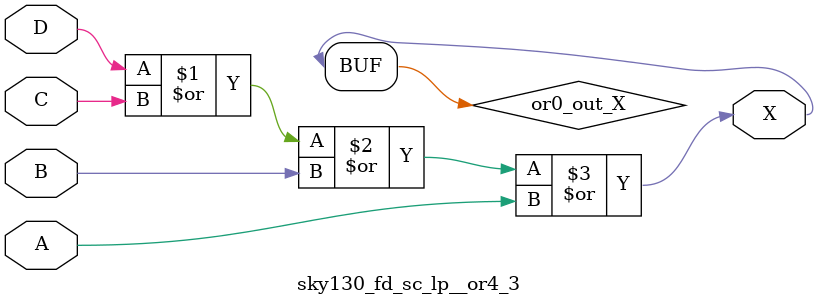
<source format=v>
module sky130_fd_sc_lp__or4_3 (
    X,
    A,
    B,
    C,
    D
);
    output X;
    input  A;
    input  B;
    input  C;
    input  D;
    wire or0_out_X;
    or  or0  (or0_out_X, D, C, B, A     );
    buf buf0 (X        , or0_out_X      );
endmodule
</source>
